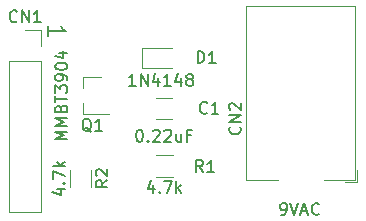
<source format=gto>
G04 #@! TF.GenerationSoftware,KiCad,Pcbnew,5.1.12-84ad8e8a86~92~ubuntu20.04.1*
G04 #@! TF.CreationDate,2022-01-29T12:50:19-06:00*
G04 #@! TF.ProjectId,TICK_AC,5449434b-5f41-4432-9e6b-696361645f70,rev?*
G04 #@! TF.SameCoordinates,Original*
G04 #@! TF.FileFunction,Legend,Top*
G04 #@! TF.FilePolarity,Positive*
%FSLAX46Y46*%
G04 Gerber Fmt 4.6, Leading zero omitted, Abs format (unit mm)*
G04 Created by KiCad (PCBNEW 5.1.12-84ad8e8a86~92~ubuntu20.04.1) date 2022-01-29 12:50:19*
%MOMM*%
%LPD*%
G01*
G04 APERTURE LIST*
%ADD10C,0.200000*%
%ADD11C,0.150000*%
%ADD12C,0.120000*%
%ADD13R,0.600000X0.450000*%
%ADD14R,3.500000X3.500000*%
%ADD15R,0.900000X0.800000*%
%ADD16O,1.700000X1.700000*%
%ADD17R,1.700000X1.700000*%
G04 APERTURE END LIST*
D10*
X130893428Y-96618371D02*
X130893428Y-95761228D01*
X130893428Y-96189800D02*
X132393428Y-96189800D01*
X132179142Y-96046942D01*
X132036285Y-95904085D01*
X131964857Y-95761228D01*
D11*
X150649180Y-111729780D02*
X150839657Y-111729780D01*
X150934895Y-111682161D01*
X150982514Y-111634542D01*
X151077752Y-111491685D01*
X151125371Y-111301209D01*
X151125371Y-110920257D01*
X151077752Y-110825019D01*
X151030133Y-110777400D01*
X150934895Y-110729780D01*
X150744419Y-110729780D01*
X150649180Y-110777400D01*
X150601561Y-110825019D01*
X150553942Y-110920257D01*
X150553942Y-111158352D01*
X150601561Y-111253590D01*
X150649180Y-111301209D01*
X150744419Y-111348828D01*
X150934895Y-111348828D01*
X151030133Y-111301209D01*
X151077752Y-111253590D01*
X151125371Y-111158352D01*
X151411085Y-110729780D02*
X151744419Y-111729780D01*
X152077752Y-110729780D01*
X152363466Y-111444066D02*
X152839657Y-111444066D01*
X152268228Y-111729780D02*
X152601561Y-110729780D01*
X152934895Y-111729780D01*
X153839657Y-111634542D02*
X153792038Y-111682161D01*
X153649180Y-111729780D01*
X153553942Y-111729780D01*
X153411085Y-111682161D01*
X153315847Y-111586923D01*
X153268228Y-111491685D01*
X153220609Y-111301209D01*
X153220609Y-111158352D01*
X153268228Y-110967876D01*
X153315847Y-110872638D01*
X153411085Y-110777400D01*
X153553942Y-110729780D01*
X153649180Y-110729780D01*
X153792038Y-110777400D01*
X153839657Y-110825019D01*
D12*
X138860400Y-97600400D02*
X138860400Y-99300400D01*
X138860400Y-99300400D02*
X141410400Y-99300400D01*
X138860400Y-97600400D02*
X141410400Y-97600400D01*
X156023000Y-108948400D02*
X157073000Y-108948400D01*
X157073000Y-107898400D02*
X157073000Y-108948400D01*
X147673000Y-108748400D02*
X147673000Y-94048400D01*
X147673000Y-94048400D02*
X156873000Y-94048400D01*
X150373000Y-108748400D02*
X147673000Y-108748400D01*
X156873000Y-94048400D02*
X156873000Y-108748400D01*
X156873000Y-108748400D02*
X154273000Y-108748400D01*
X132744800Y-107908736D02*
X132744800Y-109362864D01*
X134564800Y-107908736D02*
X134564800Y-109362864D01*
X133885400Y-100070800D02*
X135345400Y-100070800D01*
X133885400Y-103230800D02*
X136045400Y-103230800D01*
X133885400Y-103230800D02*
X133885400Y-102300800D01*
X133885400Y-100070800D02*
X133885400Y-101000800D01*
X140014336Y-108504400D02*
X141468464Y-108504400D01*
X140014336Y-106684400D02*
X141468464Y-106684400D01*
X127625800Y-98704400D02*
X130285800Y-98704400D01*
X127625800Y-98704400D02*
X127625800Y-111464400D01*
X127625800Y-111464400D02*
X130285800Y-111464400D01*
X130285800Y-98704400D02*
X130285800Y-111464400D01*
X130285800Y-96104400D02*
X130285800Y-97434400D01*
X128955800Y-96104400D02*
X130285800Y-96104400D01*
X140004748Y-101807600D02*
X141427252Y-101807600D01*
X140004748Y-103627600D02*
X141427252Y-103627600D01*
D11*
X143559304Y-98877380D02*
X143559304Y-97877380D01*
X143797400Y-97877380D01*
X143940257Y-97925000D01*
X144035495Y-98020238D01*
X144083114Y-98115476D01*
X144130733Y-98305952D01*
X144130733Y-98448809D01*
X144083114Y-98639285D01*
X144035495Y-98734523D01*
X143940257Y-98829761D01*
X143797400Y-98877380D01*
X143559304Y-98877380D01*
X145083114Y-98877380D02*
X144511685Y-98877380D01*
X144797400Y-98877380D02*
X144797400Y-97877380D01*
X144702161Y-98020238D01*
X144606923Y-98115476D01*
X144511685Y-98163095D01*
X138317542Y-100802780D02*
X137746114Y-100802780D01*
X138031828Y-100802780D02*
X138031828Y-99802780D01*
X137936590Y-99945638D01*
X137841352Y-100040876D01*
X137746114Y-100088495D01*
X138746114Y-100802780D02*
X138746114Y-99802780D01*
X139317542Y-100802780D01*
X139317542Y-99802780D01*
X140222304Y-100136114D02*
X140222304Y-100802780D01*
X139984209Y-99755161D02*
X139746114Y-100469447D01*
X140365161Y-100469447D01*
X141269923Y-100802780D02*
X140698495Y-100802780D01*
X140984209Y-100802780D02*
X140984209Y-99802780D01*
X140888971Y-99945638D01*
X140793733Y-100040876D01*
X140698495Y-100088495D01*
X142127066Y-100136114D02*
X142127066Y-100802780D01*
X141888971Y-99755161D02*
X141650876Y-100469447D01*
X142269923Y-100469447D01*
X142793733Y-100231352D02*
X142698495Y-100183733D01*
X142650876Y-100136114D01*
X142603257Y-100040876D01*
X142603257Y-99993257D01*
X142650876Y-99898019D01*
X142698495Y-99850400D01*
X142793733Y-99802780D01*
X142984209Y-99802780D01*
X143079447Y-99850400D01*
X143127066Y-99898019D01*
X143174685Y-99993257D01*
X143174685Y-100040876D01*
X143127066Y-100136114D01*
X143079447Y-100183733D01*
X142984209Y-100231352D01*
X142793733Y-100231352D01*
X142698495Y-100278971D01*
X142650876Y-100326590D01*
X142603257Y-100421828D01*
X142603257Y-100612304D01*
X142650876Y-100707542D01*
X142698495Y-100755161D01*
X142793733Y-100802780D01*
X142984209Y-100802780D01*
X143079447Y-100755161D01*
X143127066Y-100707542D01*
X143174685Y-100612304D01*
X143174685Y-100421828D01*
X143127066Y-100326590D01*
X143079447Y-100278971D01*
X142984209Y-100231352D01*
X147118342Y-104271676D02*
X147165961Y-104319295D01*
X147213580Y-104462152D01*
X147213580Y-104557390D01*
X147165961Y-104700247D01*
X147070723Y-104795485D01*
X146975485Y-104843104D01*
X146785009Y-104890723D01*
X146642152Y-104890723D01*
X146451676Y-104843104D01*
X146356438Y-104795485D01*
X146261200Y-104700247D01*
X146213580Y-104557390D01*
X146213580Y-104462152D01*
X146261200Y-104319295D01*
X146308819Y-104271676D01*
X147213580Y-103843104D02*
X146213580Y-103843104D01*
X147213580Y-103271676D01*
X146213580Y-103271676D01*
X146308819Y-102843104D02*
X146261200Y-102795485D01*
X146213580Y-102700247D01*
X146213580Y-102462152D01*
X146261200Y-102366914D01*
X146308819Y-102319295D01*
X146404057Y-102271676D01*
X146499295Y-102271676D01*
X146642152Y-102319295D01*
X147213580Y-102890723D01*
X147213580Y-102271676D01*
X135927180Y-108802466D02*
X135450990Y-109135800D01*
X135927180Y-109373895D02*
X134927180Y-109373895D01*
X134927180Y-108992942D01*
X134974800Y-108897704D01*
X135022419Y-108850085D01*
X135117657Y-108802466D01*
X135260514Y-108802466D01*
X135355752Y-108850085D01*
X135403371Y-108897704D01*
X135450990Y-108992942D01*
X135450990Y-109373895D01*
X135022419Y-108421514D02*
X134974800Y-108373895D01*
X134927180Y-108278657D01*
X134927180Y-108040561D01*
X134974800Y-107945323D01*
X135022419Y-107897704D01*
X135117657Y-107850085D01*
X135212895Y-107850085D01*
X135355752Y-107897704D01*
X135927180Y-108469133D01*
X135927180Y-107850085D01*
X131620514Y-109564371D02*
X132287180Y-109564371D01*
X131239561Y-109802466D02*
X131953847Y-110040561D01*
X131953847Y-109421514D01*
X132191942Y-109040561D02*
X132239561Y-108992942D01*
X132287180Y-109040561D01*
X132239561Y-109088180D01*
X132191942Y-109040561D01*
X132287180Y-109040561D01*
X131287180Y-108659609D02*
X131287180Y-107992942D01*
X132287180Y-108421514D01*
X132287180Y-107611990D02*
X131287180Y-107611990D01*
X131906228Y-107516752D02*
X132287180Y-107231038D01*
X131620514Y-107231038D02*
X132001466Y-107611990D01*
X134550161Y-104698419D02*
X134454923Y-104650800D01*
X134359685Y-104555561D01*
X134216828Y-104412704D01*
X134121590Y-104365085D01*
X134026352Y-104365085D01*
X134073971Y-104603180D02*
X133978733Y-104555561D01*
X133883495Y-104460323D01*
X133835876Y-104269847D01*
X133835876Y-103936514D01*
X133883495Y-103746038D01*
X133978733Y-103650800D01*
X134073971Y-103603180D01*
X134264447Y-103603180D01*
X134359685Y-103650800D01*
X134454923Y-103746038D01*
X134502542Y-103936514D01*
X134502542Y-104269847D01*
X134454923Y-104460323D01*
X134359685Y-104555561D01*
X134264447Y-104603180D01*
X134073971Y-104603180D01*
X135454923Y-104603180D02*
X134883495Y-104603180D01*
X135169209Y-104603180D02*
X135169209Y-103603180D01*
X135073971Y-103746038D01*
X134978733Y-103841276D01*
X134883495Y-103888895D01*
X132506980Y-105341276D02*
X131506980Y-105341276D01*
X132221266Y-105007942D01*
X131506980Y-104674609D01*
X132506980Y-104674609D01*
X132506980Y-104198419D02*
X131506980Y-104198419D01*
X132221266Y-103865085D01*
X131506980Y-103531752D01*
X132506980Y-103531752D01*
X131983171Y-102722228D02*
X132030790Y-102579371D01*
X132078409Y-102531752D01*
X132173647Y-102484133D01*
X132316504Y-102484133D01*
X132411742Y-102531752D01*
X132459361Y-102579371D01*
X132506980Y-102674609D01*
X132506980Y-103055561D01*
X131506980Y-103055561D01*
X131506980Y-102722228D01*
X131554600Y-102626990D01*
X131602219Y-102579371D01*
X131697457Y-102531752D01*
X131792695Y-102531752D01*
X131887933Y-102579371D01*
X131935552Y-102626990D01*
X131983171Y-102722228D01*
X131983171Y-103055561D01*
X131506980Y-102198419D02*
X131506980Y-101626990D01*
X132506980Y-101912704D02*
X131506980Y-101912704D01*
X131506980Y-101388895D02*
X131506980Y-100769847D01*
X131887933Y-101103180D01*
X131887933Y-100960323D01*
X131935552Y-100865085D01*
X131983171Y-100817466D01*
X132078409Y-100769847D01*
X132316504Y-100769847D01*
X132411742Y-100817466D01*
X132459361Y-100865085D01*
X132506980Y-100960323D01*
X132506980Y-101246038D01*
X132459361Y-101341276D01*
X132411742Y-101388895D01*
X132506980Y-100293657D02*
X132506980Y-100103180D01*
X132459361Y-100007942D01*
X132411742Y-99960323D01*
X132268885Y-99865085D01*
X132078409Y-99817466D01*
X131697457Y-99817466D01*
X131602219Y-99865085D01*
X131554600Y-99912704D01*
X131506980Y-100007942D01*
X131506980Y-100198419D01*
X131554600Y-100293657D01*
X131602219Y-100341276D01*
X131697457Y-100388895D01*
X131935552Y-100388895D01*
X132030790Y-100341276D01*
X132078409Y-100293657D01*
X132126028Y-100198419D01*
X132126028Y-100007942D01*
X132078409Y-99912704D01*
X132030790Y-99865085D01*
X131935552Y-99817466D01*
X131506980Y-99198419D02*
X131506980Y-99103180D01*
X131554600Y-99007942D01*
X131602219Y-98960323D01*
X131697457Y-98912704D01*
X131887933Y-98865085D01*
X132126028Y-98865085D01*
X132316504Y-98912704D01*
X132411742Y-98960323D01*
X132459361Y-99007942D01*
X132506980Y-99103180D01*
X132506980Y-99198419D01*
X132459361Y-99293657D01*
X132411742Y-99341276D01*
X132316504Y-99388895D01*
X132126028Y-99436514D01*
X131887933Y-99436514D01*
X131697457Y-99388895D01*
X131602219Y-99341276D01*
X131554600Y-99293657D01*
X131506980Y-99198419D01*
X131840314Y-98007942D02*
X132506980Y-98007942D01*
X131459361Y-98246038D02*
X132173647Y-98484133D01*
X132173647Y-97865085D01*
X144003733Y-108097580D02*
X143670400Y-107621390D01*
X143432304Y-108097580D02*
X143432304Y-107097580D01*
X143813257Y-107097580D01*
X143908495Y-107145200D01*
X143956114Y-107192819D01*
X144003733Y-107288057D01*
X144003733Y-107430914D01*
X143956114Y-107526152D01*
X143908495Y-107573771D01*
X143813257Y-107621390D01*
X143432304Y-107621390D01*
X144956114Y-108097580D02*
X144384685Y-108097580D01*
X144670400Y-108097580D02*
X144670400Y-107097580D01*
X144575161Y-107240438D01*
X144479923Y-107335676D01*
X144384685Y-107383295D01*
X139812828Y-109200114D02*
X139812828Y-109866780D01*
X139574733Y-108819161D02*
X139336638Y-109533447D01*
X139955685Y-109533447D01*
X140336638Y-109771542D02*
X140384257Y-109819161D01*
X140336638Y-109866780D01*
X140289019Y-109819161D01*
X140336638Y-109771542D01*
X140336638Y-109866780D01*
X140717590Y-108866780D02*
X141384257Y-108866780D01*
X140955685Y-109866780D01*
X141765209Y-109866780D02*
X141765209Y-108866780D01*
X141860447Y-109485828D02*
X142146161Y-109866780D01*
X142146161Y-109200114D02*
X141765209Y-109581066D01*
X128265323Y-95327742D02*
X128217704Y-95375361D01*
X128074847Y-95422980D01*
X127979609Y-95422980D01*
X127836752Y-95375361D01*
X127741514Y-95280123D01*
X127693895Y-95184885D01*
X127646276Y-94994409D01*
X127646276Y-94851552D01*
X127693895Y-94661076D01*
X127741514Y-94565838D01*
X127836752Y-94470600D01*
X127979609Y-94422980D01*
X128074847Y-94422980D01*
X128217704Y-94470600D01*
X128265323Y-94518219D01*
X128693895Y-95422980D02*
X128693895Y-94422980D01*
X129265323Y-95422980D01*
X129265323Y-94422980D01*
X130265323Y-95422980D02*
X129693895Y-95422980D01*
X129979609Y-95422980D02*
X129979609Y-94422980D01*
X129884371Y-94565838D01*
X129789133Y-94661076D01*
X129693895Y-94708695D01*
X144359333Y-103074742D02*
X144311714Y-103122361D01*
X144168857Y-103169980D01*
X144073619Y-103169980D01*
X143930761Y-103122361D01*
X143835523Y-103027123D01*
X143787904Y-102931885D01*
X143740285Y-102741409D01*
X143740285Y-102598552D01*
X143787904Y-102408076D01*
X143835523Y-102312838D01*
X143930761Y-102217600D01*
X144073619Y-102169980D01*
X144168857Y-102169980D01*
X144311714Y-102217600D01*
X144359333Y-102265219D01*
X145311714Y-103169980D02*
X144740285Y-103169980D01*
X145026000Y-103169980D02*
X145026000Y-102169980D01*
X144930761Y-102312838D01*
X144835523Y-102408076D01*
X144740285Y-102455695D01*
X138596952Y-104532180D02*
X138692190Y-104532180D01*
X138787428Y-104579800D01*
X138835047Y-104627419D01*
X138882666Y-104722657D01*
X138930285Y-104913133D01*
X138930285Y-105151228D01*
X138882666Y-105341704D01*
X138835047Y-105436942D01*
X138787428Y-105484561D01*
X138692190Y-105532180D01*
X138596952Y-105532180D01*
X138501714Y-105484561D01*
X138454095Y-105436942D01*
X138406476Y-105341704D01*
X138358857Y-105151228D01*
X138358857Y-104913133D01*
X138406476Y-104722657D01*
X138454095Y-104627419D01*
X138501714Y-104579800D01*
X138596952Y-104532180D01*
X139358857Y-105436942D02*
X139406476Y-105484561D01*
X139358857Y-105532180D01*
X139311238Y-105484561D01*
X139358857Y-105436942D01*
X139358857Y-105532180D01*
X139787428Y-104627419D02*
X139835047Y-104579800D01*
X139930285Y-104532180D01*
X140168380Y-104532180D01*
X140263619Y-104579800D01*
X140311238Y-104627419D01*
X140358857Y-104722657D01*
X140358857Y-104817895D01*
X140311238Y-104960752D01*
X139739809Y-105532180D01*
X140358857Y-105532180D01*
X140739809Y-104627419D02*
X140787428Y-104579800D01*
X140882666Y-104532180D01*
X141120761Y-104532180D01*
X141216000Y-104579800D01*
X141263619Y-104627419D01*
X141311238Y-104722657D01*
X141311238Y-104817895D01*
X141263619Y-104960752D01*
X140692190Y-105532180D01*
X141311238Y-105532180D01*
X142168380Y-104865514D02*
X142168380Y-105532180D01*
X141739809Y-104865514D02*
X141739809Y-105389323D01*
X141787428Y-105484561D01*
X141882666Y-105532180D01*
X142025523Y-105532180D01*
X142120761Y-105484561D01*
X142168380Y-105436942D01*
X142977904Y-105008371D02*
X142644571Y-105008371D01*
X142644571Y-105532180D02*
X142644571Y-104532180D01*
X143120761Y-104532180D01*
%LPC*%
D13*
X141410400Y-98450400D03*
X139310400Y-98450400D03*
G36*
G01*
X151273000Y-100348400D02*
X153273000Y-100348400D01*
G75*
G02*
X154023000Y-101098400I0J-750000D01*
G01*
X154023000Y-102598400D01*
G75*
G02*
X153273000Y-103348400I-750000J0D01*
G01*
X151273000Y-103348400D01*
G75*
G02*
X150523000Y-102598400I0J750000D01*
G01*
X150523000Y-101098400D01*
G75*
G02*
X151273000Y-100348400I750000J0D01*
G01*
G37*
D14*
X152273000Y-107848400D03*
G36*
G01*
X133029799Y-109535800D02*
X134279801Y-109535800D01*
G75*
G02*
X134529800Y-109785799I0J-249999D01*
G01*
X134529800Y-110410801D01*
G75*
G02*
X134279801Y-110660800I-249999J0D01*
G01*
X133029799Y-110660800D01*
G75*
G02*
X132779800Y-110410801I0J249999D01*
G01*
X132779800Y-109785799D01*
G75*
G02*
X133029799Y-109535800I249999J0D01*
G01*
G37*
G36*
G01*
X133029799Y-106610800D02*
X134279801Y-106610800D01*
G75*
G02*
X134529800Y-106860799I0J-249999D01*
G01*
X134529800Y-107485801D01*
G75*
G02*
X134279801Y-107735800I-249999J0D01*
G01*
X133029799Y-107735800D01*
G75*
G02*
X132779800Y-107485801I0J249999D01*
G01*
X132779800Y-106860799D01*
G75*
G02*
X133029799Y-106610800I249999J0D01*
G01*
G37*
D15*
X133645400Y-101650800D03*
X135645400Y-100700800D03*
X135645400Y-102600800D03*
G36*
G01*
X138716400Y-108219401D02*
X138716400Y-106969399D01*
G75*
G02*
X138966399Y-106719400I249999J0D01*
G01*
X139591401Y-106719400D01*
G75*
G02*
X139841400Y-106969399I0J-249999D01*
G01*
X139841400Y-108219401D01*
G75*
G02*
X139591401Y-108469400I-249999J0D01*
G01*
X138966399Y-108469400D01*
G75*
G02*
X138716400Y-108219401I0J249999D01*
G01*
G37*
G36*
G01*
X141641400Y-108219401D02*
X141641400Y-106969399D01*
G75*
G02*
X141891399Y-106719400I249999J0D01*
G01*
X142516401Y-106719400D01*
G75*
G02*
X142766400Y-106969399I0J-249999D01*
G01*
X142766400Y-108219401D01*
G75*
G02*
X142516401Y-108469400I-249999J0D01*
G01*
X141891399Y-108469400D01*
G75*
G02*
X141641400Y-108219401I0J249999D01*
G01*
G37*
D16*
X128955800Y-110134400D03*
X128955800Y-107594400D03*
X128955800Y-105054400D03*
X128955800Y-102514400D03*
X128955800Y-99974400D03*
D17*
X128955800Y-97434400D03*
G36*
G01*
X141616000Y-103367601D02*
X141616000Y-102067599D01*
G75*
G02*
X141865999Y-101817600I249999J0D01*
G01*
X142516001Y-101817600D01*
G75*
G02*
X142766000Y-102067599I0J-249999D01*
G01*
X142766000Y-103367601D01*
G75*
G02*
X142516001Y-103617600I-249999J0D01*
G01*
X141865999Y-103617600D01*
G75*
G02*
X141616000Y-103367601I0J249999D01*
G01*
G37*
G36*
G01*
X138666000Y-103367601D02*
X138666000Y-102067599D01*
G75*
G02*
X138915999Y-101817600I249999J0D01*
G01*
X139566001Y-101817600D01*
G75*
G02*
X139816000Y-102067599I0J-249999D01*
G01*
X139816000Y-103367601D01*
G75*
G02*
X139566001Y-103617600I-249999J0D01*
G01*
X138915999Y-103617600D01*
G75*
G02*
X138666000Y-103367601I0J249999D01*
G01*
G37*
M02*

</source>
